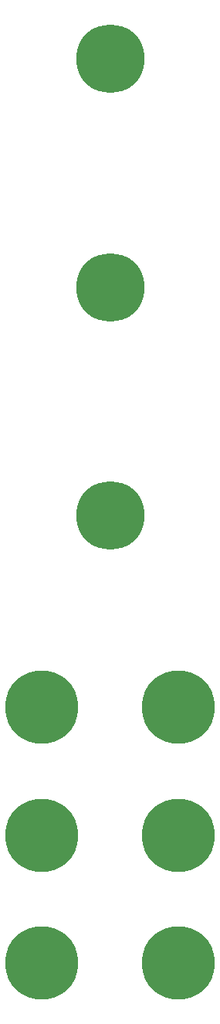
<source format=gbr>
%TF.GenerationSoftware,KiCad,Pcbnew,8.0.2*%
%TF.CreationDate,2024-05-21T21:55:18+01:00*%
%TF.ProjectId,panel-vert_mx-2024-03-26,70616e65-6c2d-4766-9572-745f6d782d32,rev?*%
%TF.SameCoordinates,Original*%
%TF.FileFunction,Soldermask,Top*%
%TF.FilePolarity,Negative*%
%FSLAX46Y46*%
G04 Gerber Fmt 4.6, Leading zero omitted, Abs format (unit mm)*
G04 Created by KiCad (PCBNEW 8.0.2) date 2024-05-21 21:55:18*
%MOMM*%
%LPD*%
G01*
G04 APERTURE LIST*
%ADD10C,8.000000*%
%ADD11C,7.500000*%
G04 APERTURE END LIST*
D10*
%TO.C,@HOLE3*%
X141001100Y-140003600D03*
%TD*%
%TO.C,@HOLE1*%
X141001100Y-154003600D03*
%TD*%
D11*
%TO.C,@HOLE7*%
X148501100Y-80003600D03*
%TD*%
%TO.C,@HOLE6*%
X148521317Y-54891415D03*
%TD*%
D10*
%TO.C,@HOLE4*%
X156001100Y-126003600D03*
%TD*%
%TO.C,@HOLE0*%
X156001100Y-154003600D03*
%TD*%
D11*
%TO.C,@HOLE6*%
X148501100Y-105003600D03*
%TD*%
D10*
%TO.C,@HOLE2*%
X156001100Y-140003600D03*
%TD*%
%TO.C,@HOLE5*%
X141001100Y-126003600D03*
%TD*%
M02*

</source>
